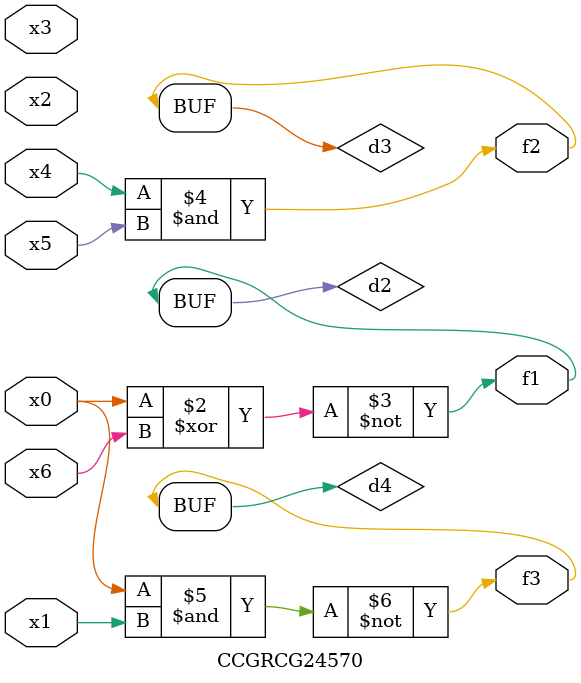
<source format=v>
module CCGRCG24570(
	input x0, x1, x2, x3, x4, x5, x6,
	output f1, f2, f3
);

	wire d1, d2, d3, d4;

	nor (d1, x0);
	xnor (d2, x0, x6);
	and (d3, x4, x5);
	nand (d4, x0, x1);
	assign f1 = d2;
	assign f2 = d3;
	assign f3 = d4;
endmodule

</source>
